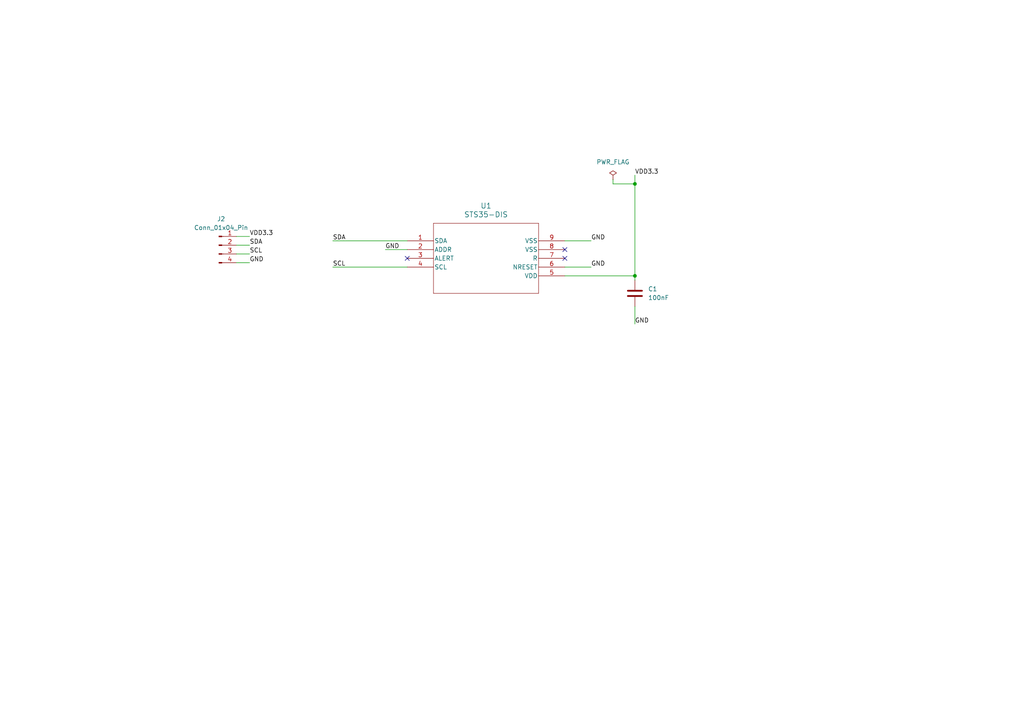
<source format=kicad_sch>
(kicad_sch
	(version 20231120)
	(generator "eeschema")
	(generator_version "8.0")
	(uuid "9bd3e657-6db2-4d64-b49c-62900dc1ce11")
	(paper "A4")
	(lib_symbols
		(symbol "Connector:Conn_01x04_Pin"
			(pin_names
				(offset 1.016) hide)
			(exclude_from_sim no)
			(in_bom yes)
			(on_board yes)
			(property "Reference" "J"
				(at 0 5.08 0)
				(effects
					(font
						(size 1.27 1.27)
					)
				)
			)
			(property "Value" "Conn_01x04_Pin"
				(at 0 -7.62 0)
				(effects
					(font
						(size 1.27 1.27)
					)
				)
			)
			(property "Footprint" ""
				(at 0 0 0)
				(effects
					(font
						(size 1.27 1.27)
					)
					(hide yes)
				)
			)
			(property "Datasheet" "~"
				(at 0 0 0)
				(effects
					(font
						(size 1.27 1.27)
					)
					(hide yes)
				)
			)
			(property "Description" "Generic connector, single row, 01x04, script generated"
				(at 0 0 0)
				(effects
					(font
						(size 1.27 1.27)
					)
					(hide yes)
				)
			)
			(property "ki_locked" ""
				(at 0 0 0)
				(effects
					(font
						(size 1.27 1.27)
					)
				)
			)
			(property "ki_keywords" "connector"
				(at 0 0 0)
				(effects
					(font
						(size 1.27 1.27)
					)
					(hide yes)
				)
			)
			(property "ki_fp_filters" "Connector*:*_1x??_*"
				(at 0 0 0)
				(effects
					(font
						(size 1.27 1.27)
					)
					(hide yes)
				)
			)
			(symbol "Conn_01x04_Pin_1_1"
				(polyline
					(pts
						(xy 1.27 -5.08) (xy 0.8636 -5.08)
					)
					(stroke
						(width 0.1524)
						(type default)
					)
					(fill
						(type none)
					)
				)
				(polyline
					(pts
						(xy 1.27 -2.54) (xy 0.8636 -2.54)
					)
					(stroke
						(width 0.1524)
						(type default)
					)
					(fill
						(type none)
					)
				)
				(polyline
					(pts
						(xy 1.27 0) (xy 0.8636 0)
					)
					(stroke
						(width 0.1524)
						(type default)
					)
					(fill
						(type none)
					)
				)
				(polyline
					(pts
						(xy 1.27 2.54) (xy 0.8636 2.54)
					)
					(stroke
						(width 0.1524)
						(type default)
					)
					(fill
						(type none)
					)
				)
				(rectangle
					(start 0.8636 -4.953)
					(end 0 -5.207)
					(stroke
						(width 0.1524)
						(type default)
					)
					(fill
						(type outline)
					)
				)
				(rectangle
					(start 0.8636 -2.413)
					(end 0 -2.667)
					(stroke
						(width 0.1524)
						(type default)
					)
					(fill
						(type outline)
					)
				)
				(rectangle
					(start 0.8636 0.127)
					(end 0 -0.127)
					(stroke
						(width 0.1524)
						(type default)
					)
					(fill
						(type outline)
					)
				)
				(rectangle
					(start 0.8636 2.667)
					(end 0 2.413)
					(stroke
						(width 0.1524)
						(type default)
					)
					(fill
						(type outline)
					)
				)
				(pin passive line
					(at 5.08 2.54 180)
					(length 3.81)
					(name "Pin_1"
						(effects
							(font
								(size 1.27 1.27)
							)
						)
					)
					(number "1"
						(effects
							(font
								(size 1.27 1.27)
							)
						)
					)
				)
				(pin passive line
					(at 5.08 0 180)
					(length 3.81)
					(name "Pin_2"
						(effects
							(font
								(size 1.27 1.27)
							)
						)
					)
					(number "2"
						(effects
							(font
								(size 1.27 1.27)
							)
						)
					)
				)
				(pin passive line
					(at 5.08 -2.54 180)
					(length 3.81)
					(name "Pin_3"
						(effects
							(font
								(size 1.27 1.27)
							)
						)
					)
					(number "3"
						(effects
							(font
								(size 1.27 1.27)
							)
						)
					)
				)
				(pin passive line
					(at 5.08 -5.08 180)
					(length 3.81)
					(name "Pin_4"
						(effects
							(font
								(size 1.27 1.27)
							)
						)
					)
					(number "4"
						(effects
							(font
								(size 1.27 1.27)
							)
						)
					)
				)
			)
		)
		(symbol "Device:C"
			(pin_numbers hide)
			(pin_names
				(offset 0.254)
			)
			(exclude_from_sim no)
			(in_bom yes)
			(on_board yes)
			(property "Reference" "C"
				(at 0.635 2.54 0)
				(effects
					(font
						(size 1.27 1.27)
					)
					(justify left)
				)
			)
			(property "Value" "C"
				(at 0.635 -2.54 0)
				(effects
					(font
						(size 1.27 1.27)
					)
					(justify left)
				)
			)
			(property "Footprint" ""
				(at 0.9652 -3.81 0)
				(effects
					(font
						(size 1.27 1.27)
					)
					(hide yes)
				)
			)
			(property "Datasheet" "~"
				(at 0 0 0)
				(effects
					(font
						(size 1.27 1.27)
					)
					(hide yes)
				)
			)
			(property "Description" "Unpolarized capacitor"
				(at 0 0 0)
				(effects
					(font
						(size 1.27 1.27)
					)
					(hide yes)
				)
			)
			(property "ki_keywords" "cap capacitor"
				(at 0 0 0)
				(effects
					(font
						(size 1.27 1.27)
					)
					(hide yes)
				)
			)
			(property "ki_fp_filters" "C_*"
				(at 0 0 0)
				(effects
					(font
						(size 1.27 1.27)
					)
					(hide yes)
				)
			)
			(symbol "C_0_1"
				(polyline
					(pts
						(xy -2.032 -0.762) (xy 2.032 -0.762)
					)
					(stroke
						(width 0.508)
						(type default)
					)
					(fill
						(type none)
					)
				)
				(polyline
					(pts
						(xy -2.032 0.762) (xy 2.032 0.762)
					)
					(stroke
						(width 0.508)
						(type default)
					)
					(fill
						(type none)
					)
				)
			)
			(symbol "C_1_1"
				(pin passive line
					(at 0 3.81 270)
					(length 2.794)
					(name "~"
						(effects
							(font
								(size 1.27 1.27)
							)
						)
					)
					(number "1"
						(effects
							(font
								(size 1.27 1.27)
							)
						)
					)
				)
				(pin passive line
					(at 0 -3.81 90)
					(length 2.794)
					(name "~"
						(effects
							(font
								(size 1.27 1.27)
							)
						)
					)
					(number "2"
						(effects
							(font
								(size 1.27 1.27)
							)
						)
					)
				)
			)
		)
		(symbol "STS35-DIR:STS35-DIS"
			(pin_names
				(offset 0.254)
			)
			(exclude_from_sim no)
			(in_bom yes)
			(on_board yes)
			(property "Reference" "U"
				(at 22.86 10.16 0)
				(effects
					(font
						(size 1.524 1.524)
					)
				)
			)
			(property "Value" "STS35-DIS"
				(at 22.86 7.62 0)
				(effects
					(font
						(size 1.524 1.524)
					)
				)
			)
			(property "Footprint" "STS3x-DIS_SEN"
				(at 0 0 0)
				(effects
					(font
						(size 1.27 1.27)
						(italic yes)
					)
					(hide yes)
				)
			)
			(property "Datasheet" "STS35-DIS"
				(at 0 0 0)
				(effects
					(font
						(size 1.27 1.27)
						(italic yes)
					)
					(hide yes)
				)
			)
			(property "Description" ""
				(at 0 0 0)
				(effects
					(font
						(size 1.27 1.27)
					)
					(hide yes)
				)
			)
			(property "ki_locked" ""
				(at 0 0 0)
				(effects
					(font
						(size 1.27 1.27)
					)
				)
			)
			(property "ki_keywords" "STS35-DIS"
				(at 0 0 0)
				(effects
					(font
						(size 1.27 1.27)
					)
					(hide yes)
				)
			)
			(property "ki_fp_filters" "STS3x-DIS_SEN STS3x-DIS_SEN-M STS3x-DIS_SEN-L"
				(at 0 0 0)
				(effects
					(font
						(size 1.27 1.27)
					)
					(hide yes)
				)
			)
			(symbol "STS35-DIS_0_1"
				(polyline
					(pts
						(xy 7.62 -15.24) (xy 38.1 -15.24)
					)
					(stroke
						(width 0.127)
						(type default)
					)
					(fill
						(type none)
					)
				)
				(polyline
					(pts
						(xy 7.62 5.08) (xy 7.62 -15.24)
					)
					(stroke
						(width 0.127)
						(type default)
					)
					(fill
						(type none)
					)
				)
				(polyline
					(pts
						(xy 38.1 -15.24) (xy 38.1 5.08)
					)
					(stroke
						(width 0.127)
						(type default)
					)
					(fill
						(type none)
					)
				)
				(polyline
					(pts
						(xy 38.1 5.08) (xy 7.62 5.08)
					)
					(stroke
						(width 0.127)
						(type default)
					)
					(fill
						(type none)
					)
				)
				(pin bidirectional line
					(at 0 0 0)
					(length 7.62)
					(name "SDA"
						(effects
							(font
								(size 1.27 1.27)
							)
						)
					)
					(number "1"
						(effects
							(font
								(size 1.27 1.27)
							)
						)
					)
				)
				(pin input line
					(at 0 -2.54 0)
					(length 7.62)
					(name "ADDR"
						(effects
							(font
								(size 1.27 1.27)
							)
						)
					)
					(number "2"
						(effects
							(font
								(size 1.27 1.27)
							)
						)
					)
				)
				(pin output line
					(at 0 -5.08 0)
					(length 7.62)
					(name "ALERT"
						(effects
							(font
								(size 1.27 1.27)
							)
						)
					)
					(number "3"
						(effects
							(font
								(size 1.27 1.27)
							)
						)
					)
				)
				(pin bidirectional line
					(at 0 -7.62 0)
					(length 7.62)
					(name "SCL"
						(effects
							(font
								(size 1.27 1.27)
							)
						)
					)
					(number "4"
						(effects
							(font
								(size 1.27 1.27)
							)
						)
					)
				)
				(pin power_in line
					(at 45.72 -10.16 180)
					(length 7.62)
					(name "VDD"
						(effects
							(font
								(size 1.27 1.27)
							)
						)
					)
					(number "5"
						(effects
							(font
								(size 1.27 1.27)
							)
						)
					)
				)
				(pin input line
					(at 45.72 -7.62 180)
					(length 7.62)
					(name "NRESET"
						(effects
							(font
								(size 1.27 1.27)
							)
						)
					)
					(number "6"
						(effects
							(font
								(size 1.27 1.27)
							)
						)
					)
				)
				(pin power_out line
					(at 45.72 -5.08 180)
					(length 7.62)
					(name "R"
						(effects
							(font
								(size 1.27 1.27)
							)
						)
					)
					(number "7"
						(effects
							(font
								(size 1.27 1.27)
							)
						)
					)
				)
				(pin power_out line
					(at 45.72 -2.54 180)
					(length 7.62)
					(name "VSS"
						(effects
							(font
								(size 1.27 1.27)
							)
						)
					)
					(number "8"
						(effects
							(font
								(size 1.27 1.27)
							)
						)
					)
				)
				(pin power_out line
					(at 45.72 0 180)
					(length 7.62)
					(name "VSS"
						(effects
							(font
								(size 1.27 1.27)
							)
						)
					)
					(number "9"
						(effects
							(font
								(size 1.27 1.27)
							)
						)
					)
				)
			)
		)
		(symbol "power:PWR_FLAG"
			(power)
			(pin_numbers hide)
			(pin_names
				(offset 0) hide)
			(exclude_from_sim no)
			(in_bom yes)
			(on_board yes)
			(property "Reference" "#FLG"
				(at 0 1.905 0)
				(effects
					(font
						(size 1.27 1.27)
					)
					(hide yes)
				)
			)
			(property "Value" "PWR_FLAG"
				(at 0 3.81 0)
				(effects
					(font
						(size 1.27 1.27)
					)
				)
			)
			(property "Footprint" ""
				(at 0 0 0)
				(effects
					(font
						(size 1.27 1.27)
					)
					(hide yes)
				)
			)
			(property "Datasheet" "~"
				(at 0 0 0)
				(effects
					(font
						(size 1.27 1.27)
					)
					(hide yes)
				)
			)
			(property "Description" "Special symbol for telling ERC where power comes from"
				(at 0 0 0)
				(effects
					(font
						(size 1.27 1.27)
					)
					(hide yes)
				)
			)
			(property "ki_keywords" "flag power"
				(at 0 0 0)
				(effects
					(font
						(size 1.27 1.27)
					)
					(hide yes)
				)
			)
			(symbol "PWR_FLAG_0_0"
				(pin power_out line
					(at 0 0 90)
					(length 0)
					(name "~"
						(effects
							(font
								(size 1.27 1.27)
							)
						)
					)
					(number "1"
						(effects
							(font
								(size 1.27 1.27)
							)
						)
					)
				)
			)
			(symbol "PWR_FLAG_0_1"
				(polyline
					(pts
						(xy 0 0) (xy 0 1.27) (xy -1.016 1.905) (xy 0 2.54) (xy 1.016 1.905) (xy 0 1.27)
					)
					(stroke
						(width 0)
						(type default)
					)
					(fill
						(type none)
					)
				)
			)
		)
	)
	(junction
		(at 184.15 80.01)
		(diameter 0)
		(color 0 0 0 0)
		(uuid "78858fc2-d586-41cd-91a5-ac5e83e0bf1c")
	)
	(junction
		(at 184.15 53.34)
		(diameter 0)
		(color 0 0 0 0)
		(uuid "c161b684-dbbe-4cfb-9e46-9a45e95070a0")
	)
	(no_connect
		(at 163.83 72.39)
		(uuid "0569865b-b0f0-43b9-86ec-a44de5277eea")
	)
	(no_connect
		(at 163.83 74.93)
		(uuid "09365c25-8f16-4f12-b359-a0fddb64413f")
	)
	(no_connect
		(at 118.11 74.93)
		(uuid "93804c84-6d72-4448-957c-2b2e427fc379")
	)
	(wire
		(pts
			(xy 111.76 72.39) (xy 118.11 72.39)
		)
		(stroke
			(width 0)
			(type default)
		)
		(uuid "0d1b15c0-721a-4e32-92d3-a7183155f00a")
	)
	(wire
		(pts
			(xy 68.58 68.58) (xy 72.39 68.58)
		)
		(stroke
			(width 0)
			(type default)
		)
		(uuid "0e243553-b76d-4d33-843f-9f68e47f0890")
	)
	(wire
		(pts
			(xy 163.83 77.47) (xy 171.45 77.47)
		)
		(stroke
			(width 0)
			(type default)
		)
		(uuid "33604d1b-674b-43d0-8df9-eb3bf7deb653")
	)
	(wire
		(pts
			(xy 96.52 69.85) (xy 118.11 69.85)
		)
		(stroke
			(width 0)
			(type default)
		)
		(uuid "44f4c763-a3f9-41c1-86ea-fbcf8c870506")
	)
	(wire
		(pts
			(xy 177.8 52.07) (xy 177.8 53.34)
		)
		(stroke
			(width 0)
			(type default)
		)
		(uuid "4b3d786b-00b1-4526-8026-dcfd32259d28")
	)
	(wire
		(pts
			(xy 68.58 76.2) (xy 72.39 76.2)
		)
		(stroke
			(width 0)
			(type default)
		)
		(uuid "53afd79c-ce6c-462e-a69d-f44539b050e3")
	)
	(wire
		(pts
			(xy 184.15 88.9) (xy 184.15 93.98)
		)
		(stroke
			(width 0)
			(type default)
		)
		(uuid "7ecf6e73-76eb-4d48-9527-094776c204d7")
	)
	(wire
		(pts
			(xy 68.58 71.12) (xy 72.39 71.12)
		)
		(stroke
			(width 0)
			(type default)
		)
		(uuid "8d0fc8b9-d639-4b21-8751-486be9c01f3c")
	)
	(wire
		(pts
			(xy 163.83 80.01) (xy 184.15 80.01)
		)
		(stroke
			(width 0)
			(type default)
		)
		(uuid "8e3aba52-3722-4bd4-b5a5-f565ca14dcff")
	)
	(wire
		(pts
			(xy 184.15 53.34) (xy 184.15 50.8)
		)
		(stroke
			(width 0)
			(type default)
		)
		(uuid "9ede02c7-5d05-4a81-ba5a-01b906d72476")
	)
	(wire
		(pts
			(xy 96.52 77.47) (xy 118.11 77.47)
		)
		(stroke
			(width 0)
			(type default)
		)
		(uuid "ca0cceed-b914-42ea-866e-58b40203d0a3")
	)
	(wire
		(pts
			(xy 177.8 53.34) (xy 184.15 53.34)
		)
		(stroke
			(width 0)
			(type default)
		)
		(uuid "e08d1a55-6f9c-4d92-bc2e-01c49040f838")
	)
	(wire
		(pts
			(xy 184.15 53.34) (xy 184.15 80.01)
		)
		(stroke
			(width 0)
			(type default)
		)
		(uuid "e260a1de-3431-4796-a14d-0b4086801019")
	)
	(wire
		(pts
			(xy 68.58 73.66) (xy 72.39 73.66)
		)
		(stroke
			(width 0)
			(type default)
		)
		(uuid "eb34dc8f-2396-42d5-85a8-bab3c9be5e32")
	)
	(wire
		(pts
			(xy 163.83 69.85) (xy 171.45 69.85)
		)
		(stroke
			(width 0)
			(type default)
		)
		(uuid "f6b2469c-f523-459b-b7b5-6391059198ef")
	)
	(wire
		(pts
			(xy 184.15 80.01) (xy 184.15 81.28)
		)
		(stroke
			(width 0)
			(type default)
		)
		(uuid "fa33c29a-f51f-48cb-a788-5d7dfbc04827")
	)
	(label "GND"
		(at 72.39 76.2 0)
		(fields_autoplaced yes)
		(effects
			(font
				(size 1.27 1.27)
			)
			(justify left bottom)
		)
		(uuid "0d871965-b6ad-4a08-a391-5f91bc38fef9")
	)
	(label "GND"
		(at 171.45 77.47 0)
		(fields_autoplaced yes)
		(effects
			(font
				(size 1.27 1.27)
			)
			(justify left bottom)
		)
		(uuid "15c7bbe6-af94-421e-97df-fc2bca937493")
	)
	(label "SCL"
		(at 96.52 77.47 0)
		(fields_autoplaced yes)
		(effects
			(font
				(size 1.27 1.27)
			)
			(justify left bottom)
		)
		(uuid "2adc86c4-e7f0-49d3-a365-04a7aa8e6a37")
	)
	(label "VDD3.3"
		(at 72.39 68.58 0)
		(fields_autoplaced yes)
		(effects
			(font
				(size 1.27 1.27)
			)
			(justify left bottom)
		)
		(uuid "493e0400-ed46-4b3d-83f3-fe48e874a4aa")
	)
	(label "GND"
		(at 184.15 93.98 0)
		(fields_autoplaced yes)
		(effects
			(font
				(size 1.27 1.27)
			)
			(justify left bottom)
		)
		(uuid "5cf620c2-6f29-4f79-ac03-8b05c30c4b5f")
	)
	(label "GND"
		(at 111.76 72.39 0)
		(fields_autoplaced yes)
		(effects
			(font
				(size 1.27 1.27)
			)
			(justify left bottom)
		)
		(uuid "62396c5d-2401-41de-8547-a2a4fb63a61d")
	)
	(label "SDA"
		(at 96.52 69.85 0)
		(fields_autoplaced yes)
		(effects
			(font
				(size 1.27 1.27)
			)
			(justify left bottom)
		)
		(uuid "6a1abf05-5aaf-4a29-9c1b-287153f3e1e0")
	)
	(label "SDA"
		(at 72.39 71.12 0)
		(fields_autoplaced yes)
		(effects
			(font
				(size 1.27 1.27)
			)
			(justify left bottom)
		)
		(uuid "98681bfc-336a-4fad-a650-0f0c78f205c2")
	)
	(label "SCL"
		(at 72.39 73.66 0)
		(fields_autoplaced yes)
		(effects
			(font
				(size 1.27 1.27)
			)
			(justify left bottom)
		)
		(uuid "c35415c2-ed0f-4720-a7e8-af329c0cfd32")
	)
	(label "VDD3.3"
		(at 184.15 50.8 0)
		(fields_autoplaced yes)
		(effects
			(font
				(size 1.27 1.27)
			)
			(justify left bottom)
		)
		(uuid "f4a810b2-4b8c-441c-bc3e-d1757fdf08d2")
	)
	(label "GND"
		(at 171.45 69.85 0)
		(fields_autoplaced yes)
		(effects
			(font
				(size 1.27 1.27)
			)
			(justify left bottom)
		)
		(uuid "ffcbd91c-dbf6-471e-a82b-9f0f638dc911")
	)
	(symbol
		(lib_id "Connector:Conn_01x04_Pin")
		(at 63.5 71.12 0)
		(unit 1)
		(exclude_from_sim no)
		(in_bom yes)
		(on_board yes)
		(dnp no)
		(fields_autoplaced yes)
		(uuid "081ef938-f748-4442-905f-e4e001e9ec1a")
		(property "Reference" "J2"
			(at 64.135 63.5 0)
			(effects
				(font
					(size 1.27 1.27)
				)
			)
		)
		(property "Value" "Conn_01x04_Pin"
			(at 64.135 66.04 0)
			(effects
				(font
					(size 1.27 1.27)
				)
			)
		)
		(property "Footprint" "Connector_PinSocket_2.54mm:PinSocket_1x04_P2.54mm_Vertical"
			(at 63.5 71.12 0)
			(effects
				(font
					(size 1.27 1.27)
				)
				(hide yes)
			)
		)
		(property "Datasheet" "~"
			(at 63.5 71.12 0)
			(effects
				(font
					(size 1.27 1.27)
				)
				(hide yes)
			)
		)
		(property "Description" "Generic connector, single row, 01x04, script generated"
			(at 63.5 71.12 0)
			(effects
				(font
					(size 1.27 1.27)
				)
				(hide yes)
			)
		)
		(pin "1"
			(uuid "9ab78a4d-2d00-4f5b-9ccc-fb61c8c5b990")
		)
		(pin "2"
			(uuid "ac335b3a-0feb-4174-b679-ee5dae8a441a")
		)
		(pin "3"
			(uuid "d3ca60f2-c07a-412f-a88d-30453d6897e7")
		)
		(pin "4"
			(uuid "d2004099-9648-4495-b284-49c42e5e4581")
		)
		(instances
			(project ""
				(path "/9bd3e657-6db2-4d64-b49c-62900dc1ce11"
					(reference "J2")
					(unit 1)
				)
			)
		)
	)
	(symbol
		(lib_id "power:PWR_FLAG")
		(at 177.8 52.07 0)
		(unit 1)
		(exclude_from_sim no)
		(in_bom yes)
		(on_board yes)
		(dnp no)
		(fields_autoplaced yes)
		(uuid "1a45af91-f4e5-43a3-9df7-3fd414e4a27b")
		(property "Reference" "#FLG01"
			(at 177.8 50.165 0)
			(effects
				(font
					(size 1.27 1.27)
				)
				(hide yes)
			)
		)
		(property "Value" "PWR_FLAG"
			(at 177.8 46.99 0)
			(effects
				(font
					(size 1.27 1.27)
				)
			)
		)
		(property "Footprint" ""
			(at 177.8 52.07 0)
			(effects
				(font
					(size 1.27 1.27)
				)
				(hide yes)
			)
		)
		(property "Datasheet" "~"
			(at 177.8 52.07 0)
			(effects
				(font
					(size 1.27 1.27)
				)
				(hide yes)
			)
		)
		(property "Description" "Special symbol for telling ERC where power comes from"
			(at 177.8 52.07 0)
			(effects
				(font
					(size 1.27 1.27)
				)
				(hide yes)
			)
		)
		(pin "1"
			(uuid "ad142509-f816-46d2-85c4-ececd2263529")
		)
		(instances
			(project ""
				(path "/9bd3e657-6db2-4d64-b49c-62900dc1ce11"
					(reference "#FLG01")
					(unit 1)
				)
			)
		)
	)
	(symbol
		(lib_id "STS35-DIR:STS35-DIS")
		(at 118.11 69.85 0)
		(unit 1)
		(exclude_from_sim no)
		(in_bom yes)
		(on_board yes)
		(dnp no)
		(fields_autoplaced yes)
		(uuid "5bc6264c-02fa-4bf2-a146-c739458b709c")
		(property "Reference" "U1"
			(at 140.97 59.69 0)
			(effects
				(font
					(size 1.524 1.524)
				)
			)
		)
		(property "Value" "STS35-DIS"
			(at 140.97 62.23 0)
			(effects
				(font
					(size 1.524 1.524)
				)
			)
		)
		(property "Footprint" "digikey-footprints:STS3x-DIS_SEN"
			(at 118.11 69.85 0)
			(effects
				(font
					(size 1.27 1.27)
					(italic yes)
				)
				(hide yes)
			)
		)
		(property "Datasheet" "STS35-DIS"
			(at 118.11 69.85 0)
			(effects
				(font
					(size 1.27 1.27)
					(italic yes)
				)
				(hide yes)
			)
		)
		(property "Description" ""
			(at 118.11 69.85 0)
			(effects
				(font
					(size 1.27 1.27)
				)
				(hide yes)
			)
		)
		(pin "3"
			(uuid "6e451b97-1ba7-448b-a93c-9ef48da0593d")
		)
		(pin "8"
			(uuid "2b0cdd72-56a4-47e4-9c28-02e7d25160ea")
		)
		(pin "2"
			(uuid "5b785e0d-9e3c-4424-b58e-29bb127e3935")
		)
		(pin "5"
			(uuid "42981174-b252-4b75-8984-4b36363f972e")
		)
		(pin "7"
			(uuid "16f47947-50ea-4cf5-86aa-3a00398ed69f")
		)
		(pin "4"
			(uuid "920d6d7e-b8a9-4af2-b9f1-f137c72c85bf")
		)
		(pin "1"
			(uuid "afb70a4c-6f4e-48b4-9252-8111fb7118d8")
		)
		(pin "9"
			(uuid "3b534d27-8e94-4e1d-8993-0dfca0b31317")
		)
		(pin "6"
			(uuid "40544ea4-0c29-4d16-a381-dae56958012c")
		)
		(instances
			(project ""
				(path "/9bd3e657-6db2-4d64-b49c-62900dc1ce11"
					(reference "U1")
					(unit 1)
				)
			)
		)
	)
	(symbol
		(lib_id "Device:C")
		(at 184.15 85.09 0)
		(unit 1)
		(exclude_from_sim no)
		(in_bom yes)
		(on_board yes)
		(dnp no)
		(fields_autoplaced yes)
		(uuid "a9883181-321e-48fb-b892-c007f1f5dabc")
		(property "Reference" "C1"
			(at 187.96 83.8199 0)
			(effects
				(font
					(size 1.27 1.27)
				)
				(justify left)
			)
		)
		(property "Value" "100nF"
			(at 187.96 86.3599 0)
			(effects
				(font
					(size 1.27 1.27)
				)
				(justify left)
			)
		)
		(property "Footprint" "Capacitor_SMD:C_0201_0603Metric"
			(at 185.1152 88.9 0)
			(effects
				(font
					(size 1.27 1.27)
				)
				(hide yes)
			)
		)
		(property "Datasheet" "~"
			(at 184.15 85.09 0)
			(effects
				(font
					(size 1.27 1.27)
				)
				(hide yes)
			)
		)
		(property "Description" "Unpolarized capacitor"
			(at 184.15 85.09 0)
			(effects
				(font
					(size 1.27 1.27)
				)
				(hide yes)
			)
		)
		(pin "2"
			(uuid "bf30b38c-c927-46b8-985c-a114f8a8b9df")
		)
		(pin "1"
			(uuid "fd6e6422-130e-411c-a0f2-29bd85e90f97")
		)
		(instances
			(project ""
				(path "/9bd3e657-6db2-4d64-b49c-62900dc1ce11"
					(reference "C1")
					(unit 1)
				)
			)
		)
	)
	(sheet_instances
		(path "/"
			(page "1")
		)
	)
)

</source>
